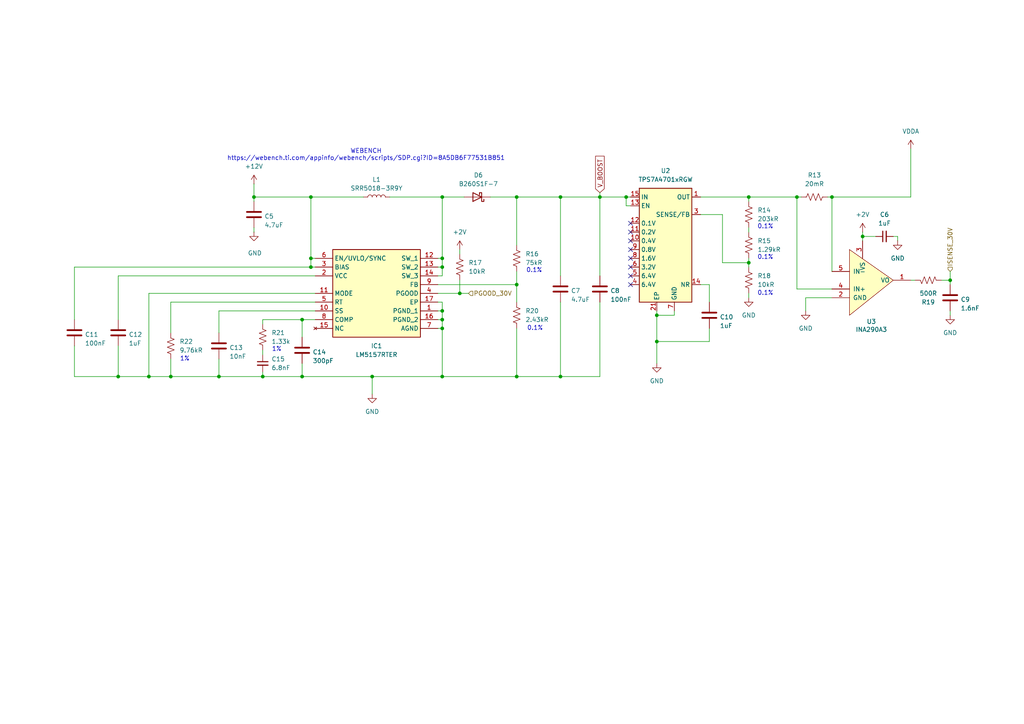
<source format=kicad_sch>
(kicad_sch (version 20250114) (generator "eeschema") (generator_version "9.0")
  (paper "A4")
  (lib_symbols
    (symbol "Device:C" (pin_numbers (hide yes)) (pin_names (offset 0.254))
      (property "Reference" "C" (at 0.635 2.54 0))
      (property "Value" "C" (at 0.635 -2.54 0))
      (symbol "C_0_1"
        (polyline (pts (xy -2.032 0.762) (xy 2.032 0.762)) (stroke (width 0.508)))
        (polyline (pts (xy -2.032 -0.762) (xy 2.032 -0.762)) (stroke (width 0.508)))
      )
      (symbol "C_1_1"
        (pin passive line (at 0 3.81 270) (length 2.794) (name "~") (number "1"))
        (pin passive line (at 0 -3.81 90) (length 2.794) (name "~") (number "2"))
      )
    )
    (symbol "Device:C_Small" (pin_numbers (hide yes)) (pin_names (offset 0.254) (hide yes))
      (property "Reference" "C" (at 0.254 1.778 0))
      (property "Value" "C_Small" (at 0.254 -2.032 0))
      (symbol "C_Small_0_1"
        (polyline (pts (xy -1.524 0.508) (xy 1.524 0.508)) (stroke (width 0.3048)))
        (polyline (pts (xy -1.524 -0.508) (xy 1.524 -0.508)) (stroke (width 0.3302)))
      )
      (symbol "C_Small_1_1"
        (pin passive line (at 0 2.54 270) (length 2.032) (name "~") (number "1"))
        (pin passive line (at 0 -2.54 90) (length 2.032) (name "~") (number "2"))
      )
    )
    (symbol "Device:D_Schottky" (pin_numbers (hide yes)) (pin_names (offset 1.016) (hide yes))
      (property "Reference" "D" (at 0 2.54 0))
      (property "Value" "D_Schottky" (at 0 -2.54 0))
      (symbol "D_Schottky_0_1"
        (polyline (pts (xy -1.905 0.635) (xy -1.905 1.27) (xy -1.27 1.27) (xy -1.27 -1.27) (xy -0.635 -1.27) (xy -0.635 -0.635)) (stroke (width 0.254)))
        (polyline (pts (xy 1.27 1.27) (xy 1.27 -1.27) (xy -1.27 0) (xy 1.27 1.27)) (stroke (width 0.254)))
        (polyline (pts (xy 1.27 0) (xy -1.27 0)))
      )
      (symbol "D_Schottky_1_1"
        (pin passive line (at -3.81 0 0) (length 2.54) (name "K") (number "1"))
        (pin passive line (at 3.81 0 180) (length 2.54) (name "A") (number "2"))
      )
    )
    (symbol "Device:L" (pin_numbers (hide yes)) (pin_names (offset 1.016) (hide yes))
      (property "Reference" "L" (at -1.27 0 90))
      (property "Value" "L" (at 1.905 0 90))
      (symbol "L_0_1"
        (arc (start 0 2.54) (mid 0.6323 1.905) (end 0 1.27))
        (arc (start 0 1.27) (mid 0.6323 0.635) (end 0 0))
        (arc (start 0 0) (mid 0.6323 -0.635) (end 0 -1.27))
        (arc (start 0 -1.27) (mid 0.6323 -1.905) (end 0 -2.54))
      )
      (symbol "L_1_1"
        (pin passive line (at 0 3.81 270) (length 1.27) (name "1") (number "1"))
        (pin passive line (at 0 -3.81 90) (length 1.27) (name "2") (number "2"))
      )
    )
    (symbol "Device:R_US" (pin_numbers (hide yes)) (pin_names (offset 0))
      (property "Reference" "R" (at 2.54 0 90))
      (property "Value" "R_US" (at -2.54 0 90))
      (symbol "R_US_0_1"
        (polyline (pts (xy 0 2.286) (xy 0 2.54)))
        (polyline (pts (xy 0 2.286) (xy 1.016 1.905) (xy 0 1.524) (xy -1.016 1.143) (xy 0 0.762)))
        (polyline (pts (xy 0 0.762) (xy 1.016 0.381) (xy 0 0) (xy -1.016 -0.381) (xy 0 -0.762)))
        (polyline (pts (xy 0 -0.762) (xy 1.016 -1.143) (xy 0 -1.524) (xy -1.016 -1.905) (xy 0 -2.286)))
        (polyline (pts (xy 0 -2.286) (xy 0 -2.54)))
      )
      (symbol "R_US_1_1"
        (pin passive line (at 0 3.81 270) (length 1.27) (name "~") (number "1"))
        (pin passive line (at 0 -3.81 90) (length 1.27) (name "~") (number "2"))
      )
    )
    (symbol "Regulator_Linear:TPS7A4701xRGW"
      (property "Reference" "U" (at -6.35 19.05 0))
      (property "Value" "TPS7A4701xRGW" (at 3.81 19.05 0))
      (symbol "TPS7A4701xRGW_0_1"
        (rectangle (start -7.62 17.78) (end 7.62 -15.24) (stroke (width 0.254)) (fill (type background)))
      )
      (symbol "TPS7A4701xRGW_1_1"
        (pin power_in line (at -10.16 15.24 0) (length 2.54) (name "IN") (number "15"))
        (pin passive line (at -10.16 15.24 0) (length 2.54) (hide yes) (name "IN") (number "16"))
        (pin input line (at -10.16 12.7 0) (length 2.54) (name "EN") (number "13"))
        (pin input line (at -10.16 7.62 0) (length 2.54) (name "0.1V") (number "12"))
        (pin input line (at -10.16 5.08 0) (length 2.54) (name "0.2V") (number "11"))
        (pin input line (at -10.16 2.54 0) (length 2.54) (name "0.4V") (number "10"))
        (pin input line (at -10.16 0 0) (length 2.54) (name "0.8V") (number "9"))
        (pin input line (at -10.16 -2.54 0) (length 2.54) (name "1.6V") (number "8"))
        (pin input line (at -10.16 -5.08 0) (length 2.54) (name "3.2V") (number "6"))
        (pin input line (at -10.16 -7.62 0) (length 2.54) (name "6.4V") (number "5"))
        (pin input line (at -10.16 -10.16 0) (length 2.54) (name "6.4V") (number "4"))
        (pin passive line (at -2.54 -17.78 90) (length 2.54) (name "EP") (number "21"))
        (pin power_in line (at 2.54 -17.78 90) (length 2.54) (name "GND") (number "7"))
        (pin power_out line (at 10.16 15.24 180) (length 2.54) (name "OUT") (number "1"))
        (pin power_out line (at 10.16 15.24 180) (length 2.54) (hide yes) (name "OUT") (number "20"))
        (pin input line (at 10.16 10.16 180) (length 2.54) (name "SENSE/FB") (number "3"))
        (pin passive line (at 10.16 -10.16 180) (length 2.54) (name "NR") (number "14"))
      )
    )
    (symbol "canhw:INA180" (pin_names (offset 1.016))
      (property "Reference" "U2" (at -1.27 -11.9888 0))
      (property "Value" "INA290" (at -1.27 -14.3002 0))
      (symbol "INA180_0_1"
        (polyline (pts (xy -7.62 8.89) (xy -7.62 -10.16) (xy 5.08 0)) (fill (type background)))
        (polyline (pts (xy 5.08 0) (xy -7.62 8.89)))
      )
      (symbol "INA180_1_1"
        (pin input line (at -12.7 2.54 0) (length 5.08) (name "IN-") (number "5"))
        (pin input line (at -12.7 -2.54 0) (length 5.08) (name "IN+") (number "4"))
        (pin power_in line (at -12.7 -5.08 0) (length 5.08) (name "GND") (number "2"))
        (pin power_in line (at -3.81 11.43 270) (length 5.08) (name "VS") (number "3"))
        (pin output line (at 10.16 0 180) (length 5.08) (name "VO") (number "1"))
      )
    )
    (symbol "input_board:+2V" (power) (pin_numbers (hide yes)) (pin_names (offset 0) (hide yes))
      (property "Value" "+2V" (at 0 3.556 0))
      (symbol "+2V_0_1"
        (polyline (pts (xy -0.762 1.27) (xy 0 2.54)))
        (polyline (pts (xy 0 2.54) (xy 0.762 1.27)))
        (polyline (pts (xy 0 0) (xy 0 2.54)))
      )
      (symbol "+2V_1_1"
        (pin power_in line (at 0 0 90) (length 0) (name "~") (number "1"))
      )
    )
    (symbol "input_board:LM5157RTER"
      (property "Reference" "IC" (at -8.128 15.24 0))
      (property "Value" "LM5157RTER" (at -8.128 12.7 0))
      (symbol "LM5157RTER_1_1"
        (rectangle (start -12.7 10.16) (end 12.7 -15.24) (stroke (width 0.254)) (fill (type background)))
        (pin passive line (at -17.78 7.62 0) (length 5.08) (name "EN/UVLO/SYNC") (number "6"))
        (pin passive line (at -17.78 5.08 0) (length 5.08) (name "BIAS") (number "3"))
        (pin passive line (at -17.78 2.54 0) (length 5.08) (name "VCC") (number "2"))
        (pin passive line (at -17.78 -2.54 0) (length 5.08) (name "MODE") (number "11"))
        (pin passive line (at -17.78 -5.08 0) (length 5.08) (name "RT") (number "5"))
        (pin passive line (at -17.78 -7.62 0) (length 5.08) (name "SS") (number "10"))
        (pin passive line (at -17.78 -10.16 0) (length 5.08) (name "COMP") (number "8"))
        (pin no_connect line (at -17.78 -12.7 0) (length 5.08) (name "NC") (number "15"))
        (pin passive line (at 17.78 7.62 180) (length 5.08) (name "SW_1") (number "12"))
        (pin passive line (at 17.78 5.08 180) (length 5.08) (name "SW_2") (number "13"))
        (pin passive line (at 17.78 2.54 180) (length 5.08) (name "SW_3") (number "14"))
        (pin passive line (at 17.78 0 180) (length 5.08) (name "FB") (number "9"))
        (pin passive line (at 17.78 -2.54 180) (length 5.08) (name "PGOOD") (number "4"))
        (pin passive line (at 17.78 -5.08 180) (length 5.08) (name "EP") (number "17"))
        (pin passive line (at 17.78 -7.62 180) (length 5.08) (name "PGND_1") (number "1"))
        (pin passive line (at 17.78 -10.16 180) (length 5.08) (name "PGND_2") (number "16"))
        (pin passive line (at 17.78 -12.7 180) (length 5.08) (name "AGND") (number "7"))
      )
    )
    (symbol "power:+12V" (power) (pin_numbers (hide yes)) (pin_names (offset 0) (hide yes))
      (property "Value" "+12V" (at 0 3.556 0))
      (symbol "+12V_0_1"
        (polyline (pts (xy -0.762 1.27) (xy 0 2.54)))
        (polyline (pts (xy 0 2.54) (xy 0.762 1.27)))
        (polyline (pts (xy 0 0) (xy 0 2.54)))
      )
      (symbol "+12V_1_1"
        (pin power_in line (at 0 0 90) (length 0) (name "~") (number "1"))
      )
    )
    (symbol "power:GND" (power) (pin_numbers (hide yes)) (pin_names (offset 0) (hide yes))
      (property "Value" "GND" (at 0 -3.81 0))
      (symbol "GND_0_1"
        (polyline (pts (xy 0 0) (xy 0 -1.27) (xy 1.27 -1.27) (xy 0 -2.54) (xy -1.27 -1.27) (xy 0 -1.27)))
      )
      (symbol "GND_1_1"
        (pin power_in line (at 0 0 270) (length 0) (name "~") (number "1"))
      )
    )
    (symbol "power:VDDA" (power) (pin_numbers (hide yes)) (pin_names (offset 0) (hide yes))
      (property "Value" "VDDA" (at 0 3.556 0))
      (symbol "VDDA_0_1"
        (polyline (pts (xy -0.762 1.27) (xy 0 2.54)))
        (polyline (pts (xy 0 2.54) (xy 0.762 1.27)))
        (polyline (pts (xy 0 0) (xy 0 2.54)))
      )
      (symbol "VDDA_1_1"
        (pin power_in line (at 0 0 90) (length 0) (name "~") (number "1"))
      )
    )
  )
  (text "0.1%" (at 221.996 65.786 0) (effects (font (size 1.27 1.27))))
  (text "1%" (at 53.594 104.14 0) (effects (font (size 1.27 1.27))))
  (text "0.1%" (at 221.996 74.676 0) (effects (font (size 1.27 1.27))))
  (text "WEBENCH\nhttps://webench.ti.com/appinfo/webench/scripts/SDP.cgi?ID=8A5DB6F77531B851\n" (at 106.172 44.958 0) (effects (font (size 1.27 1.27))))
  (text "0.1%" (at 155.194 95.25 0) (effects (font (size 1.27 1.27))))
  (text "0.1%" (at 154.94 78.486 0) (effects (font (size 1.27 1.27))))
  (text "1%" (at 80.264 101.346 0) (effects (font (size 1.27 1.27))))
  (text "0.1%" (at 221.996 85.09 0) (effects (font (size 1.27 1.27))))
  (junction (at 162.56 57.15))
  (junction (at 43.18 109.22))
  (junction (at 90.17 57.15))
  (junction (at 173.99 57.15))
  (junction (at 162.56 109.22))
  (junction (at 250.19 68.58))
  (junction (at 181.61 57.15))
  (junction (at 90.17 77.47))
  (junction (at 128.27 95.25))
  (junction (at 87.63 109.22))
  (junction (at 133.35 85.09))
  (junction (at 217.17 57.15))
  (junction (at 149.86 82.55))
  (junction (at 275.59 81.28))
  (junction (at 128.27 90.17))
  (junction (at 90.17 74.93))
  (junction (at 128.27 74.93))
  (junction (at 128.27 57.15))
  (junction (at 87.63 92.71))
  (junction (at 149.86 57.15))
  (junction (at 128.27 77.47))
  (junction (at 76.2 109.22))
  (junction (at 149.86 109.22))
  (junction (at 241.3 57.15))
  (junction (at 190.5 91.44))
  (junction (at 190.5 99.06))
  (junction (at 49.53 109.22))
  (junction (at 34.29 109.22))
  (junction (at 73.66 57.15))
  (junction (at 128.27 92.71))
  (junction (at 128.27 109.22))
  (junction (at 107.95 109.22))
  (junction (at 231.14 57.15))
  (junction (at 63.5 109.22))
  (junction (at 217.17 76.2))
  (no_connect (at 182.88 69.85))
  (no_connect (at 182.88 72.39))
  (no_connect (at 182.88 64.77))
  (no_connect (at 182.88 77.47))
  (no_connect (at 182.88 82.55))
  (no_connect (at 182.88 80.01))
  (no_connect (at 182.88 67.31))
  (no_connect (at 182.88 74.93))
  (wire (pts (xy 162.56 109.22) (xy 173.99 109.22)))
  (wire (pts (xy 149.86 109.22) (xy 128.27 109.22)))
  (wire (pts (xy 76.2 92.71) (xy 87.63 92.71)))
  (wire (pts (xy 173.99 87.63) (xy 173.99 109.22)))
  (wire (pts (xy 231.14 83.82) (xy 231.14 57.15)))
  (wire (pts (xy 181.61 57.15) (xy 181.61 59.69)))
  (wire (pts (xy 195.58 91.44) (xy 195.58 90.17)))
  (wire (pts (xy 90.17 77.47) (xy 90.17 74.93)))
  (wire (pts (xy 190.5 90.17) (xy 190.5 91.44)))
  (wire (pts (xy 91.44 92.71) (xy 87.63 92.71)))
  (wire (pts (xy 90.17 77.47) (xy 91.44 77.47)))
  (wire (pts (xy 127 87.63) (xy 128.27 87.63)))
  (wire (pts (xy 217.17 57.15) (xy 231.14 57.15)))
  (wire (pts (xy 149.86 82.55) (xy 127 82.55)))
  (wire (pts (xy 205.74 82.55) (xy 205.74 87.63)))
  (wire (pts (xy 265.43 81.28) (xy 264.16 81.28)))
  (wire (pts (xy 128.27 77.47) (xy 128.27 74.93)))
  (wire (pts (xy 231.14 57.15) (xy 232.41 57.15)))
  (wire (pts (xy 203.2 57.15) (xy 217.17 57.15)))
  (wire (pts (xy 250.19 68.58) (xy 254 68.58)))
  (wire (pts (xy 107.95 109.22) (xy 87.63 109.22)))
  (wire (pts (xy 162.56 87.63) (xy 162.56 109.22)))
  (wire (pts (xy 90.17 77.47) (xy 21.59 77.47)))
  (wire (pts (xy 190.5 99.06) (xy 190.5 91.44)))
  (wire (pts (xy 233.68 86.36) (xy 233.68 90.17)))
  (wire (pts (xy 34.29 100.33) (xy 34.29 109.22)))
  (wire (pts (xy 142.24 57.15) (xy 149.86 57.15)))
  (wire (pts (xy 91.44 87.63) (xy 49.53 87.63)))
  (wire (pts (xy 275.59 91.44) (xy 275.59 90.17)))
  (wire (pts (xy 91.44 74.93) (xy 90.17 74.93)))
  (wire (pts (xy 113.03 57.15) (xy 128.27 57.15)))
  (wire (pts (xy 105.41 57.15) (xy 90.17 57.15)))
  (wire (pts (xy 63.5 90.17) (xy 63.5 96.52)))
  (wire (pts (xy 162.56 57.15) (xy 173.99 57.15)))
  (wire (pts (xy 21.59 77.47) (xy 21.59 92.71)))
  (wire (pts (xy 240.03 57.15) (xy 241.3 57.15)))
  (wire (pts (xy 162.56 109.22) (xy 149.86 109.22)))
  (wire (pts (xy 128.27 80.01) (xy 128.27 77.47)))
  (wire (pts (xy 49.53 109.22) (xy 63.5 109.22)))
  (wire (pts (xy 73.66 57.15) (xy 73.66 58.42)))
  (wire (pts (xy 173.99 55.88) (xy 173.99 57.15)))
  (wire (pts (xy 217.17 74.93) (xy 217.17 76.2)))
  (wire (pts (xy 90.17 57.15) (xy 90.17 74.93)))
  (wire (pts (xy 275.59 82.55) (xy 275.59 81.28)))
  (wire (pts (xy 241.3 57.15) (xy 241.3 78.74)))
  (wire (pts (xy 127 95.25) (xy 128.27 95.25)))
  (wire (pts (xy 127 90.17) (xy 128.27 90.17)))
  (wire (pts (xy 173.99 80.01) (xy 173.99 57.15)))
  (wire (pts (xy 43.18 85.09) (xy 43.18 109.22)))
  (wire (pts (xy 76.2 109.22) (xy 63.5 109.22)))
  (wire (pts (xy 241.3 83.82) (xy 231.14 83.82)))
  (wire (pts (xy 128.27 57.15) (xy 128.27 74.93)))
  (wire (pts (xy 21.59 109.22) (xy 34.29 109.22)))
  (wire (pts (xy 260.35 68.58) (xy 260.35 69.85)))
  (wire (pts (xy 217.17 85.09) (xy 217.17 86.36)))
  (wire (pts (xy 76.2 93.98) (xy 76.2 92.71)))
  (wire (pts (xy 275.59 78.74) (xy 275.59 81.28)))
  (wire (pts (xy 250.19 68.58) (xy 250.19 69.85)))
  (wire (pts (xy 149.86 57.15) (xy 149.86 71.12)))
  (wire (pts (xy 87.63 105.41) (xy 87.63 109.22)))
  (wire (pts (xy 73.66 66.04) (xy 73.66 67.31)))
  (wire (pts (xy 241.3 57.15) (xy 264.16 57.15)))
  (wire (pts (xy 182.88 59.69) (xy 181.61 59.69)))
  (wire (pts (xy 209.55 62.23) (xy 203.2 62.23)))
  (wire (pts (xy 43.18 109.22) (xy 49.53 109.22)))
  (wire (pts (xy 181.61 57.15) (xy 182.88 57.15)))
  (wire (pts (xy 128.27 109.22) (xy 107.95 109.22)))
  (wire (pts (xy 128.27 92.71) (xy 128.27 95.25)))
  (wire (pts (xy 76.2 107.95) (xy 76.2 109.22)))
  (wire (pts (xy 127 80.01) (xy 128.27 80.01)))
  (wire (pts (xy 217.17 76.2) (xy 217.17 77.47)))
  (wire (pts (xy 21.59 100.33) (xy 21.59 109.22)))
  (wire (pts (xy 149.86 82.55) (xy 149.86 87.63)))
  (wire (pts (xy 91.44 85.09) (xy 43.18 85.09)))
  (wire (pts (xy 190.5 99.06) (xy 190.5 105.41)))
  (wire (pts (xy 135.89 85.09) (xy 133.35 85.09)))
  (wire (pts (xy 87.63 92.71) (xy 87.63 97.79)))
  (wire (pts (xy 259.08 68.58) (xy 260.35 68.58)))
  (wire (pts (xy 133.35 81.28) (xy 133.35 85.09)))
  (wire (pts (xy 87.63 109.22) (xy 76.2 109.22)))
  (wire (pts (xy 190.5 91.44) (xy 195.58 91.44)))
  (wire (pts (xy 91.44 90.17) (xy 63.5 90.17)))
  (wire (pts (xy 49.53 104.14) (xy 49.53 109.22)))
  (wire (pts (xy 205.74 99.06) (xy 190.5 99.06)))
  (wire (pts (xy 49.53 87.63) (xy 49.53 96.52)))
  (wire (pts (xy 209.55 62.23) (xy 209.55 76.2)))
  (wire (pts (xy 209.55 76.2) (xy 217.17 76.2)))
  (wire (pts (xy 273.05 81.28) (xy 275.59 81.28)))
  (wire (pts (xy 90.17 57.15) (xy 73.66 57.15)))
  (wire (pts (xy 250.19 67.31) (xy 250.19 68.58)))
  (wire (pts (xy 217.17 66.04) (xy 217.17 67.31)))
  (wire (pts (xy 73.66 57.15) (xy 73.66 53.34)))
  (wire (pts (xy 149.86 95.25) (xy 149.86 109.22)))
  (wire (pts (xy 133.35 72.39) (xy 133.35 73.66)))
  (wire (pts (xy 205.74 95.25) (xy 205.74 99.06)))
  (wire (pts (xy 127 77.47) (xy 128.27 77.47)))
  (wire (pts (xy 133.35 85.09) (xy 127 85.09)))
  (wire (pts (xy 76.2 102.87) (xy 76.2 101.6)))
  (wire (pts (xy 241.3 86.36) (xy 233.68 86.36)))
  (wire (pts (xy 128.27 95.25) (xy 128.27 109.22)))
  (wire (pts (xy 34.29 109.22) (xy 43.18 109.22)))
  (wire (pts (xy 127 74.93) (xy 128.27 74.93)))
  (wire (pts (xy 107.95 109.22) (xy 107.95 114.3)))
  (wire (pts (xy 34.29 80.01) (xy 34.29 92.71)))
  (wire (pts (xy 128.27 87.63) (xy 128.27 90.17)))
  (wire (pts (xy 149.86 78.74) (xy 149.86 82.55)))
  (wire (pts (xy 128.27 90.17) (xy 128.27 92.71)))
  (wire (pts (xy 217.17 57.15) (xy 217.17 58.42)))
  (wire (pts (xy 162.56 57.15) (xy 162.56 80.01)))
  (wire (pts (xy 128.27 57.15) (xy 134.62 57.15)))
  (wire (pts (xy 205.74 82.55) (xy 203.2 82.55)))
  (wire (pts (xy 173.99 57.15) (xy 181.61 57.15)))
  (wire (pts (xy 127 92.71) (xy 128.27 92.71)))
  (wire (pts (xy 149.86 57.15) (xy 162.56 57.15)))
  (wire (pts (xy 63.5 104.14) (xy 63.5 109.22)))
  (wire (pts (xy 91.44 80.01) (xy 34.29 80.01)))
  (wire (pts (xy 264.16 57.15) (xy 264.16 43.18)))
  (global_label "V_BOOST" (shape input) (at 173.99 55.88 90) (property "Intersheetrefs" "${INTERSHEET_REFS}" (effects (hide yes))))
  (hierarchical_label "PGOOD_30V" (shape input) (at 135.89 85.09 0))
  (hierarchical_label "ISENSE_30V" (shape input) (at 275.59 78.74 90))
  (symbol (lib_id "Device:C") (at 87.63 101.6 0) (unit 1)
    (property "Reference" "C14" (at 90.678 102.108 0) (effects (justify left)))
    (property "Value" "300pF" (at 90.678 104.648 0) (effects (justify left)))
    (property "Footprint" "Capacitor_SMD:C_0805_2012Metric_Pad1.18x1.45mm_HandSolder" (effects (hide yes)))
    (property "Description" "Unpolarized capacitor" (effects (hide yes)))
  )
  (symbol (lib_id "Device:D_Schottky") (at 138.43 57.15 180) (unit 1)
    (property "Reference" "D6" (at 138.7475 50.8 0))
    (property "Value" "B260S1F-7" (at 138.7475 53.34 0))
    (property "Footprint" "input_board:CR_SOD123F_DIO" (effects (hide yes)))
    (property "Description" "Schottky diode" (effects (hide yes)))
  )
  (symbol (lib_id "power:+12V") (at 73.66 53.34 0) (unit 1)
    (property "Reference" "#PWR022" (effects (hide yes)))
    (property "Value" "+12V" (at 73.66 48.26 0))
    (property "Description" "Power symbol creates a global label with name \"+12V\"" (effects (hide yes)))
  )
  (symbol (lib_id "Device:R_US") (at 269.24 81.28 270) (mirror x) (unit 1)
    (property "Reference" "R19" (at 269.24 87.63 90))
    (property "Value" "500R" (at 269.24 85.09 90))
    (property "Footprint" "Resistor_SMD:R_0805_2012Metric_Pad1.20x1.40mm_HandSolder" (effects (hide yes)))
    (property "Description" "Resistor, US symbol" (effects (hide yes)))
  )
  (symbol (lib_id "Device:R_US") (at 76.2 97.79 180) (unit 1)
    (property "Reference" "R21" (at 78.74 96.5199 0) (effects (justify right)))
    (property "Value" "1.33k" (at 78.74 99.0599 0) (effects (justify right)))
    (property "Footprint" "Resistor_SMD:R_0805_2012Metric_Pad1.20x1.40mm_HandSolder" (effects (hide yes)))
    (property "Description" "Resistor, US symbol" (effects (hide yes)))
  )
  (symbol (lib_id "Device:C") (at 162.56 83.82 0) (unit 1)
    (property "Reference" "C7" (at 165.608 84.328 0) (effects (justify left)))
    (property "Value" "4.7uF" (at 165.608 86.868 0) (effects (justify left)))
    (property "Footprint" "Capacitor_SMD:C_0805_2012Metric_Pad1.18x1.45mm_HandSolder" (effects (hide yes)))
    (property "Description" "Unpolarized capacitor" (effects (hide yes)))
  )
  (symbol (lib_id "Device:C") (at 173.99 83.82 0) (unit 1)
    (property "Reference" "C8" (at 177.038 84.328 0) (effects (justify left)))
    (property "Value" "100nF" (at 177.038 86.868 0) (effects (justify left)))
    (property "Footprint" "Capacitor_SMD:C_0805_2012Metric_Pad1.18x1.45mm_HandSolder" (effects (hide yes)))
    (property "Description" "Unpolarized capacitor" (effects (hide yes)))
  )
  (symbol (lib_id "Device:R_US") (at 217.17 62.23 0) (unit 1)
    (property "Reference" "R14" (at 219.71 60.9599 0) (effects (justify left)))
    (property "Value" "203kR" (at 219.71 63.4999 0) (effects (justify left)))
    (property "Footprint" "Resistor_SMD:R_0805_2012Metric_Pad1.20x1.40mm_HandSolder" (effects (hide yes)))
    (property "Description" "Resistor, US symbol" (effects (hide yes)))
  )
  (symbol (lib_id "canhw:INA180") (at 254 81.28 0) (unit 1)
    (property "Reference" "U3" (at 252.73 93.2688 0))
    (property "Value" "INA290A3" (at 252.73 95.5802 0))
    (property "Footprint" "input_board:SC70-5_DCK_TEX" (effects (hide yes)))
    (property "Datasheet" "https://www.ti.com/lit/ds/symlink/ina290.pdf" (effects (hide yes)))
  )
  (symbol (lib_id "Device:R_US") (at 49.53 100.33 180) (unit 1)
    (property "Reference" "R22" (at 52.07 99.0599 0) (effects (justify right)))
    (property "Value" "9.76kR" (at 52.07 101.5999 0) (effects (justify right)))
    (property "Footprint" "Resistor_SMD:R_0805_2012Metric_Pad1.20x1.40mm_HandSolder" (effects (hide yes)))
    (property "Description" "Resistor, US symbol" (effects (hide yes)))
  )
  (symbol (lib_id "Device:R_US") (at 217.17 81.28 0) (unit 1)
    (property "Reference" "R18" (at 219.71 80.0099 0) (effects (justify left)))
    (property "Value" "10kR" (at 219.71 82.5499 0) (effects (justify left)))
    (property "Footprint" "Resistor_SMD:R_0805_2012Metric_Pad1.20x1.40mm_HandSolder" (effects (hide yes)))
    (property "Description" "Resistor, US symbol" (effects (hide yes)))
  )
  (symbol (lib_id "Device:R_US") (at 149.86 91.44 0) (unit 1)
    (property "Reference" "R20" (at 152.4 90.1699 0) (effects (justify left)))
    (property "Value" "2.43kR" (at 152.4 92.7099 0) (effects (justify left)))
    (property "Footprint" "Resistor_SMD:R_0805_2012Metric_Pad1.20x1.40mm_HandSolder" (effects (hide yes)))
    (property "Description" "Resistor, US symbol" (effects (hide yes)))
  )
  (symbol (lib_id "Device:R_US") (at 236.22 57.15 90) (unit 1)
    (property "Reference" "R13" (at 236.22 50.8 90))
    (property "Value" "20mR" (at 236.22 53.34 90))
    (property "Footprint" "Resistor_SMD:R_0805_2012Metric_Pad1.20x1.40mm_HandSolder" (effects (hide yes)))
    (property "Description" "Resistor, US symbol" (effects (hide yes)))
  )
  (symbol (lib_id "Device:R_US") (at 217.17 71.12 0) (unit 1)
    (property "Reference" "R15" (at 219.71 69.8499 0) (effects (justify left)))
    (property "Value" "1.29kR" (at 219.71 72.3899 0) (effects (justify left)))
    (property "Footprint" "Resistor_SMD:R_0805_2012Metric_Pad1.20x1.40mm_HandSolder" (effects (hide yes)))
    (property "Description" "Resistor, US symbol" (effects (hide yes)))
  )
  (symbol (lib_id "Device:C_Small") (at 76.2 105.41 0) (unit 1)
    (property "Reference" "C15" (at 78.74 104.1462 0) (effects (justify left)))
    (property "Value" "6.8nF" (at 78.74 106.6862 0) (effects (justify left)))
    (property "Footprint" "Capacitor_SMD:C_0805_2012Metric_Pad1.18x1.45mm_HandSolder" (effects (hide yes)))
    (property "Description" "Unpolarized capacitor, small symbol" (effects (hide yes)))
  )
  (symbol (lib_id "Device:C") (at 21.59 96.52 0) (unit 1)
    (property "Reference" "C11" (at 24.638 97.028 0) (effects (justify left)))
    (property "Value" "100nF" (at 24.638 99.568 0) (effects (justify left)))
    (property "Footprint" "Capacitor_SMD:C_0805_2012Metric_Pad1.18x1.45mm_HandSolder" (effects (hide yes)))
    (property "Description" "Unpolarized capacitor" (effects (hide yes)))
  )
  (symbol (lib_id "power:GND") (at 233.68 90.17 0) (unit 1)
    (property "Reference" "#PWR028" (effects (hide yes)))
    (property "Value" "GND" (at 233.68 95.25 0))
    (property "Description" "Power symbol creates a global label with name \"GND\" , ground" (effects (hide yes)))
  )
  (symbol (lib_id "Device:C") (at 63.5 100.33 0) (unit 1)
    (property "Reference" "C13" (at 66.548 100.838 0) (effects (justify left)))
    (property "Value" "10nF" (at 66.548 103.378 0) (effects (justify left)))
    (property "Footprint" "Capacitor_SMD:C_0805_2012Metric_Pad1.18x1.45mm_HandSolder" (effects (hide yes)))
    (property "Description" "Unpolarized capacitor" (effects (hide yes)))
  )
  (symbol (lib_id "Device:R_US") (at 133.35 77.47 0) (unit 1)
    (property "Reference" "R17" (at 135.89 76.1999 0) (effects (justify left)))
    (property "Value" "10kR" (at 135.89 78.7399 0) (effects (justify left)))
    (property "Footprint" "Resistor_SMD:R_0805_2012Metric_Pad1.20x1.40mm_HandSolder" (effects (hide yes)))
    (property "Description" "Resistor, US symbol" (effects (hide yes)))
  )
  (symbol (lib_id "Device:C") (at 275.59 86.36 0) (unit 1)
    (property "Reference" "C9" (at 278.638 86.868 0) (effects (justify left)))
    (property "Value" "1.6nF" (at 278.638 89.408 0) (effects (justify left)))
    (property "Footprint" "Capacitor_SMD:C_0805_2012Metric_Pad1.18x1.45mm_HandSolder" (effects (hide yes)))
    (property "Description" "Unpolarized capacitor" (effects (hide yes)))
  )
  (symbol (lib_id "power:VDDA") (at 264.16 43.18 0) (unit 1)
    (property "Reference" "#PWR021" (effects (hide yes)))
    (property "Value" "VDDA" (at 264.16 38.1 0))
    (property "Description" "Power symbol creates a global label with name \"VDDA\"" (effects (hide yes)))
  )
  (symbol (lib_id "power:GND") (at 190.5 105.41 0) (unit 1)
    (property "Reference" "#PWR030" (effects (hide yes)))
    (property "Value" "GND" (at 190.5 110.49 0))
    (property "Description" "Power symbol creates a global label with name \"GND\" , ground" (effects (hide yes)))
  )
  (symbol (lib_id "power:GND") (at 73.66 67.31 0) (unit 1)
    (property "Reference" "#PWR023" (effects (hide yes)))
    (property "Value" "GND" (at 73.914 73.406 0))
    (property "Description" "Power symbol creates a global label with name \"GND\" , ground" (effects (hide yes)))
  )
  (symbol (lib_id "input_board:LM5157RTER") (at 109.22 82.55 0) (unit 1)
    (property "Reference" "IC1" (at 109.22 100.33 0))
    (property "Value" "LM5157RTER" (at 109.22 102.87 0))
    (property "Footprint" "input_board:QFN50P300X300X80-17N-D" (effects (hide yes)))
    (property "Datasheet" "https://www.ti.com/lit/gpn/LM5157" (effects (hide yes)))
    (property "Description" "Switching Voltage Regulators 6A/4A, 50-V, 2.2-MHz wide VIN boost, flyback, & SEPIC converter with dual random spread spectrum" (effects (hide yes)))
    (property "Height" "0.8" (effects (hide yes)))
    (property "Manufacturer_Name" "Texas Instruments" (effects (hide yes)))
    (property "Manufacturer_Part_Number" "LM5157RTER" (effects (hide yes)))
    (property "Mouser Part Number" "595-LM5157RTER" (effects (hide yes)))
    (property "Mouser Price/Stock" "https://www.mouser.co.uk/ProductDetail/Texas-Instruments/LM5157RTER?qs=aP1CjGhiNiFJOpyXnOOw2A%3D%3D" (effects (hide yes)))
    (property "Arrow Part Number" "LM5157RTER" (effects (hide yes)))
    (property "Arrow Price/Stock" "https://www.arrow.com/en/products/lm5157rter/texas-instruments?utm_currency=USD&region=nac" (effects (hide yes)))
  )
  (symbol (lib_id "Device:L") (at 109.22 57.15 90) (unit 1)
    (property "Reference" "L1" (at 109.22 52.07 90))
    (property "Value" "SRR5018-3R9Y" (at 109.22 54.61 90))
    (property "Footprint" "input_board:IND_BOURNS_SRR5018" (effects (hide yes)))
    (property "Description" "Inductor" (effects (hide yes)))
  )
  (symbol (lib_id "power:GND") (at 107.95 114.3 0) (unit 1)
    (property "Reference" "#PWR031" (effects (hide yes)))
    (property "Value" "GND" (at 107.95 119.38 0))
    (property "Description" "Power symbol creates a global label with name \"GND\" , ground" (effects (hide yes)))
  )
  (symbol (lib_id "Device:R_US") (at 149.86 74.93 0) (unit 1)
    (property "Reference" "R16" (at 152.4 73.6599 0) (effects (justify left)))
    (property "Value" "75kR" (at 152.4 76.1999 0) (effects (justify left)))
    (property "Footprint" "Resistor_SMD:R_0805_2012Metric_Pad1.20x1.40mm_HandSolder" (effects (hide yes)))
    (property "Description" "Resistor, US symbol" (effects (hide yes)))
  )
  (symbol (lib_id "power:GND") (at 275.59 91.44 0) (unit 1)
    (property "Reference" "#PWR029" (effects (hide yes)))
    (property "Value" "GND" (at 275.59 96.52 0))
    (property "Description" "Power symbol creates a global label with name \"GND\" , ground" (effects (hide yes)))
  )
  (symbol (lib_id "power:GND") (at 260.35 69.85 0) (unit 1)
    (property "Reference" "#PWR025" (effects (hide yes)))
    (property "Value" "GND" (at 260.35 74.93 0))
    (property "Description" "Power symbol creates a global label with name \"GND\" , ground" (effects (hide yes)))
  )
  (symbol (lib_id "Device:C") (at 205.74 91.44 0) (unit 1)
    (property "Reference" "C10" (at 208.788 91.948 0) (effects (justify left)))
    (property "Value" "1uF" (at 208.788 94.488 0) (effects (justify left)))
    (property "Footprint" "Capacitor_SMD:C_0805_2012Metric_Pad1.18x1.45mm_HandSolder" (effects (hide yes)))
    (property "Description" "Unpolarized capacitor" (effects (hide yes)))
  )
  (symbol (lib_id "Device:C_Small") (at 256.54 68.58 90) (unit 1)
    (property "Reference" "C6" (at 256.5463 62.23 90))
    (property "Value" "1uF" (at 256.5463 64.77 90))
    (property "Footprint" "Capacitor_SMD:C_0805_2012Metric_Pad1.18x1.45mm_HandSolder" (effects (hide yes)))
    (property "Description" "Unpolarized capacitor, small symbol" (effects (hide yes)))
  )
  (symbol (lib_id "Device:C") (at 73.66 62.23 0) (unit 1)
    (property "Reference" "C5" (at 76.708 62.738 0) (effects (justify left)))
    (property "Value" "4.7uF" (at 76.708 65.278 0) (effects (justify left)))
    (property "Footprint" "Capacitor_SMD:C_0805_2012Metric_Pad1.18x1.45mm_HandSolder" (effects (hide yes)))
    (property "Description" "Unpolarized capacitor" (effects (hide yes)))
  )
  (symbol (lib_id "Regulator_Linear:TPS7A4701xRGW") (at 193.04 72.39 0) (unit 1)
    (property "Reference" "U2" (at 193.04 49.53 0))
    (property "Value" "TPS7A4701xRGW" (at 193.04 52.07 0))
    (property "Footprint" "Package_DFN_QFN:Texas_RGW0020A_VQFN-20-1EP_5x5mm_P0.65mm_EP3.15x3.15mm_ThermalVias" (effects (hide yes)))
    (property "Datasheet" "https://www.ti.com/lit/ds/symlink/tps7a47.pdf" (effects (hide yes)))
    (property "Description" "1A, Low-Noise Low-Dropout Voltage Regulator, 3-35V Input, Adjustable 1.4-34V Output, VQFN-20" (effects (hide yes)))
  )
  (symbol (lib_id "input_board:+2V") (at 133.35 72.39 0) (unit 1)
    (property "Reference" "#PWR026" (effects (hide yes)))
    (property "Value" "+2V" (at 133.35 67.31 0))
    (property "Description" "Power symbol creates a global label with name \"+2V\"" (effects (hide yes)))
  )
  (symbol (lib_id "power:GND") (at 217.17 86.36 0) (unit 1)
    (property "Reference" "#PWR027" (effects (hide yes)))
    (property "Value" "GND" (at 217.17 91.44 0))
    (property "Description" "Power symbol creates a global label with name \"GND\" , ground" (effects (hide yes)))
  )
  (symbol (lib_id "Device:C") (at 34.29 96.52 0) (unit 1)
    (property "Reference" "C12" (at 37.338 97.028 0) (effects (justify left)))
    (property "Value" "1uF" (at 37.338 99.568 0) (effects (justify left)))
    (property "Footprint" "Capacitor_SMD:C_0805_2012Metric_Pad1.18x1.45mm_HandSolder" (effects (hide yes)))
    (property "Description" "Unpolarized capacitor" (effects (hide yes)))
  )
  (symbol (lib_id "input_board:+2V") (at 250.19 67.31 0) (unit 1)
    (property "Reference" "#PWR024" (effects (hide yes)))
    (property "Value" "+2V" (at 250.19 62.23 0))
    (property "Description" "Power symbol creates a global label with name \"+2V\"" (effects (hide yes)))
  )
)
</source>
